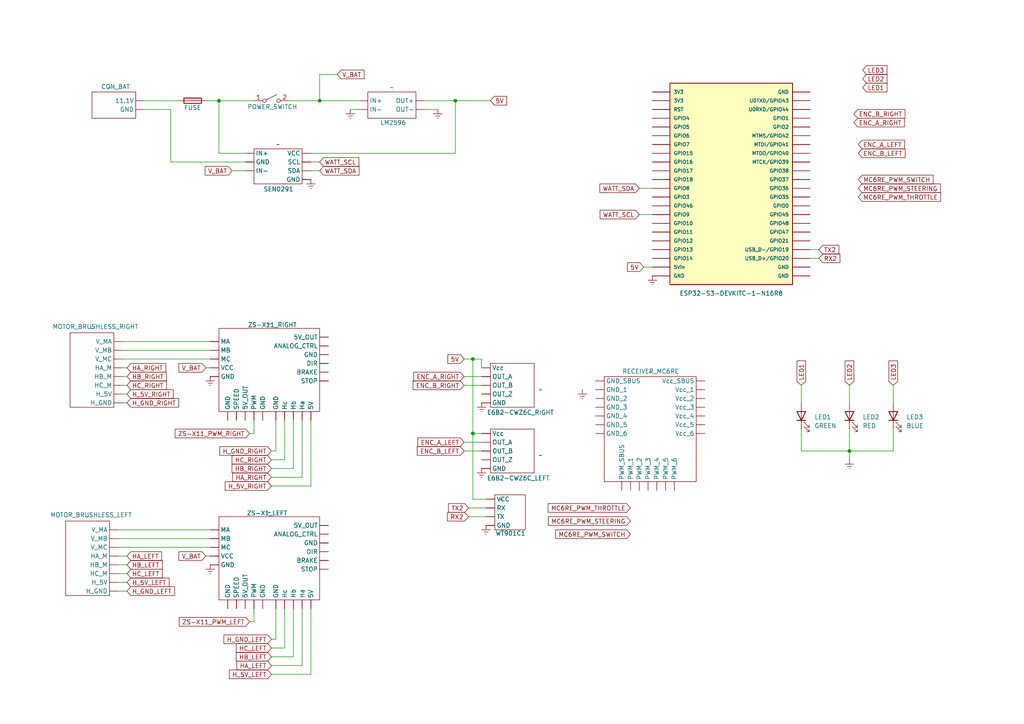
<source format=kicad_sch>
(kicad_sch (version 20250114) (generator "eeschema") (generator_version "9.0")
  (paper "A4")
  (lib_symbols
    (symbol "Device:Fuse" (pin_numbers (hide yes)) (pin_names (offset 0))
      (property "Reference" "F" (at 2.032 0 90))
      (property "Value" "Fuse" (at -1.905 0 90))
      (symbol "Fuse_0_1"
        (rectangle (start -0.762 -2.54) (end 0.762 2.54) (stroke (width 0.254)))
        (polyline (pts (xy 0 2.54) (xy 0 -2.54)))
      )
      (symbol "Fuse_1_1"
        (pin passive line (at 0 3.81 270) (length 1.27) (name "~") (number "1"))
        (pin passive line (at 0 -3.81 90) (length 1.27) (name "~") (number "2"))
      )
    )
    (symbol "Device:LED" (pin_numbers (hide yes)) (pin_names (offset 1.016) (hide yes))
      (property "Reference" "D" (at 0 2.54 0))
      (property "Value" "LED" (at 0 -2.54 0))
      (symbol "LED_0_1"
        (polyline (pts (xy -3.048 -0.762) (xy -4.572 -2.286) (xy -3.81 -2.286) (xy -4.572 -2.286) (xy -4.572 -1.524)))
        (polyline (pts (xy -1.778 -0.762) (xy -3.302 -2.286) (xy -2.54 -2.286) (xy -3.302 -2.286) (xy -3.302 -1.524)))
        (polyline (pts (xy -1.27 0) (xy 1.27 0)))
        (polyline (pts (xy -1.27 -1.27) (xy -1.27 1.27)) (stroke (width 0.254)))
        (polyline (pts (xy 1.27 -1.27) (xy 1.27 1.27) (xy -1.27 0) (xy 1.27 -1.27)) (stroke (width 0.254)))
      )
      (symbol "LED_1_1"
        (pin passive line (at -3.81 0 0) (length 2.54) (name "K") (number "1"))
        (pin passive line (at 3.81 0 180) (length 2.54) (name "A") (number "2"))
      )
    )
    (symbol "E6B2-CWZ6C_1"
      (property "Reference" "E6B2-CWZ6C" (at 1.27 -15.24 0))
      (symbol "E6B2-CWZ6C_1_0_1"
        (rectangle (start -5.08 -1.27) (end 7.62 -13.97))
      )
      (symbol "E6B2-CWZ6C_1_1_1"
        (pin power_in line (at -7.62 -2.54 0) (length 2.54) (name "Vcc") (number ""))
        (pin output line (at -7.62 -5.08 0) (length 2.54) (name "OUT_A") (number ""))
        (pin output line (at -7.62 -7.62 0) (length 2.54) (name "OUT_B") (number ""))
        (pin output line (at -7.62 -10.16 0) (length 2.54) (name "OUT_Z") (number ""))
        (pin power_in line (at -7.62 -12.7 0) (length 2.54) (name "GND") (number ""))
      )
    )
    (symbol "ESP32-S3-DEVKITC-1-N8R2:ESP32-S3-DEVKITC-1-N16R8" (pin_names (offset 1.016))
      (property "Value" "ESP32-S3-DEVKITC-1-N16R8" (at 0 -27.94 0))
      (symbol "ESP32-S3-DEVKITC-1-N16R8_0_0"
        (rectangle (start -17.78 33.02) (end 17.78 -25.4) (stroke (width 0.254)) (fill (type background)))
      )
      (symbol "ESP32-S3-DEVKITC-1-N16R8_1_0"
        (pin power_in line (at -22.86 30.48 0) (length 5.08) (name "3V3") (number ""))
        (pin power_in line (at -22.86 27.94 0) (length 5.08) (name "3V3") (number ""))
        (pin input line (at -22.86 25.4 0) (length 5.08) (name "RST") (number ""))
        (pin bidirectional line (at -22.86 22.86 0) (length 5.08) (name "GPIO4") (number ""))
        (pin bidirectional line (at -22.86 20.32 0) (length 5.08) (name "GPIO5") (number ""))
        (pin bidirectional line (at -22.86 17.78 0) (length 5.08) (name "GPIO6") (number ""))
        (pin bidirectional line (at -22.86 15.24 0) (length 5.08) (name "GPIO7") (number ""))
        (pin bidirectional line (at -22.86 12.7 0) (length 5.08) (name "GPIO15") (number ""))
        (pin bidirectional line (at -22.86 10.16 0) (length 5.08) (name "GPIO16") (number ""))
        (pin bidirectional line (at -22.86 7.62 0) (length 5.08) (name "GPIO17") (number ""))
        (pin bidirectional line (at -22.86 5.08 0) (length 5.08) (name "GPIO18") (number ""))
        (pin bidirectional line (at -22.86 2.54 0) (length 5.08) (name "GPIO8") (number ""))
        (pin bidirectional line (at -22.86 0 0) (length 5.08) (name "GPIO3") (number ""))
        (pin bidirectional line (at -22.86 -2.54 0) (length 5.08) (name "GPIO46") (number ""))
        (pin bidirectional line (at -22.86 -5.08 0) (length 5.08) (name "GPIO9") (number ""))
        (pin bidirectional line (at -22.86 -7.62 0) (length 5.08) (name "GPIO10") (number ""))
        (pin bidirectional line (at -22.86 -10.16 0) (length 5.08) (name "GPIO11") (number ""))
        (pin bidirectional line (at -22.86 -12.7 0) (length 5.08) (name "GPIO12") (number ""))
        (pin bidirectional line (at -22.86 -15.24 0) (length 5.08) (name "GPIO13") (number ""))
        (pin bidirectional line (at -22.86 -17.78 0) (length 5.08) (name "GPIO14") (number ""))
        (pin power_in line (at -22.86 -20.32 0) (length 5.08) (name "5Vin") (number ""))
        (pin power_in line (at -22.86 -22.86 0) (length 5.08) (name "GND") (number ""))
        (pin power_in line (at 22.86 30.48 180) (length 5.08) (name "GND") (number ""))
        (pin bidirectional line (at 22.86 27.94 180) (length 5.08) (name "U0TXD/GPIO43") (number ""))
        (pin bidirectional line (at 22.86 25.4 180) (length 5.08) (name "U0RXD/GPIO44") (number ""))
        (pin bidirectional line (at 22.86 22.86 180) (length 5.08) (name "GPIO1") (number ""))
        (pin bidirectional line (at 22.86 20.32 180) (length 5.08) (name "GPIO2") (number ""))
        (pin bidirectional line (at 22.86 17.78 180) (length 5.08) (name "MTMS/GPIO42") (number ""))
        (pin bidirectional line (at 22.86 15.24 180) (length 5.08) (name "MTDI/GPIO41") (number ""))
        (pin bidirectional line (at 22.86 12.7 180) (length 5.08) (name "MTDO/GPIO40") (number ""))
        (pin bidirectional line (at 22.86 10.16 180) (length 5.08) (name "MTCK/GPIO39") (number ""))
        (pin bidirectional line (at 22.86 7.62 180) (length 5.08) (name "GPIO38") (number ""))
        (pin bidirectional line (at 22.86 5.08 180) (length 5.08) (name "GPIO37") (number ""))
        (pin bidirectional line (at 22.86 2.54 180) (length 5.08) (name "GPIO36") (number ""))
        (pin bidirectional line (at 22.86 0 180) (length 5.08) (name "GPIO35") (number ""))
        (pin bidirectional line (at 22.86 -2.54 180) (length 5.08) (name "GPIO0") (number ""))
        (pin bidirectional line (at 22.86 -5.08 180) (length 5.08) (name "GPIO45") (number ""))
        (pin bidirectional line (at 22.86 -7.62 180) (length 5.08) (name "GPIO48") (number ""))
        (pin bidirectional line (at 22.86 -10.16 180) (length 5.08) (name "GPIO47") (number ""))
        (pin bidirectional line (at 22.86 -12.7 180) (length 5.08) (name "GPIO21") (number ""))
        (pin bidirectional line (at 22.86 -15.24 180) (length 5.08) (name "USB_D-/GPIO19") (number ""))
        (pin bidirectional line (at 22.86 -17.78 180) (length 5.08) (name "USB_D+/GPIO20") (number ""))
        (pin power_in line (at 22.86 -20.32 180) (length 5.08) (name "GND") (number ""))
        (pin power_in line (at 22.86 -22.86 180) (length 5.08) (name "GND") (number ""))
      )
    )
    (symbol "MOTOR_BRUSSLESS_1"
      (property "Reference" "MOTOR_BRUSHLESS_LEFT1" (at -1.524 -2.032 0))
      (property "Value" "~" (at -2.54 -2.54 0))
      (symbol "MOTOR_BRUSSLESS_1_0_1"
        (rectangle (start -8.89 -3.81) (end 3.81 -25.4))
      )
      (symbol "MOTOR_BRUSSLESS_1_1_1"
        (pin power_in line (at 6.35 -6.35 180) (length 2.54) (name "V_MA") (number ""))
        (pin power_in line (at 6.35 -8.89 180) (length 2.54) (name "V_MB") (number ""))
        (pin power_in line (at 6.35 -11.43 180) (length 2.54) (name "V_MC") (number ""))
        (pin output line (at 6.35 -13.97 180) (length 2.54) (name "HA_M") (number ""))
        (pin output line (at 6.35 -16.51 180) (length 2.54) (name "HB_M") (number ""))
        (pin output line (at 6.35 -19.05 180) (length 2.54) (name "HC_M") (number ""))
        (pin power_in line (at 6.35 -21.59 180) (length 2.54) (name "H_5V") (number ""))
        (pin power_in line (at 6.35 -24.13 180) (length 2.54) (name "H_GND") (number ""))
      )
    )
    (symbol "MOTOR_BRUSSLESS_2"
      (property "Reference" "MOTOR_BRUSHLESS_LEFT1" (at -1.524 -2.032 0))
      (property "Value" "~" (at -2.54 -2.54 0))
      (symbol "MOTOR_BRUSSLESS_2_0_1"
        (rectangle (start -8.89 -3.81) (end 3.81 -25.4))
      )
      (symbol "MOTOR_BRUSSLESS_2_1_1"
        (pin power_in line (at 6.35 -6.35 180) (length 2.54) (name "V_MA") (number ""))
        (pin power_in line (at 6.35 -8.89 180) (length 2.54) (name "V_MB") (number ""))
        (pin power_in line (at 6.35 -11.43 180) (length 2.54) (name "V_MC") (number ""))
        (pin output line (at 6.35 -13.97 180) (length 2.54) (name "HA_M") (number ""))
        (pin output line (at 6.35 -16.51 180) (length 2.54) (name "HB_M") (number ""))
        (pin output line (at 6.35 -19.05 180) (length 2.54) (name "HC_M") (number ""))
        (pin power_in line (at 6.35 -21.59 180) (length 2.54) (name "H_5V") (number ""))
        (pin power_in line (at 6.35 -24.13 180) (length 2.54) (name "H_GND") (number ""))
      )
    )
    (symbol "Switch:SW_DPST_x2" (pin_names (offset 0) (hide yes))
      (property "Reference" "SW" (at 0 3.175 0))
      (property "Value" "SW_DPST_x2" (at 0 -2.54 0))
      (symbol "SW_DPST_x2_0_0"
        (circle (center -2.032 0) (radius 0.508))
        (polyline (pts (xy -1.524 0.254) (xy 1.524 1.778)))
        (circle (center 2.032 0) (radius 0.508))
      )
      (symbol "SW_DPST_x2_1_1"
        (pin passive line (at -5.08 0 0) (length 2.54) (name "A") (number "1"))
        (pin passive line (at 5.08 0 180) (length 2.54) (name "B") (number "2"))
      )
      (symbol "SW_DPST_x2_2_1"
        (pin passive line (at -5.08 0 0) (length 2.54) (name "A") (number "3"))
        (pin passive line (at 5.08 0 180) (length 2.54) (name "B") (number "4"))
      )
    )
    (symbol "ZS-X11_1"
      (property "Reference" "ZS-X11" (at -9.652 -1.016 0))
      (symbol "ZS-X11_1_0_1"
        (rectangle (start -24.13 -2.54) (end 5.08 -26.67))
      )
      (symbol "ZS-X11_1_1_0"
        (pin power_in line (at -26.67 -6.35 0) (length 2.54) (name "MA") (number ""))
        (pin power_out line (at -26.67 -8.89 0) (length 2.54) (name "MB") (number ""))
        (pin power_in line (at -26.67 -11.43 0) (length 2.54) (name "MC") (number ""))
        (pin power_in line (at -26.67 -13.97 0) (length 2.54) (name "VCC") (number ""))
        (pin power_in line (at -26.67 -16.51 0) (length 2.54) (name "GND") (number ""))
        (pin power_out line (at -21.59 -29.21 90) (length 2.54) (name "GND") (number ""))
        (pin input line (at -19.05 -29.21 90) (length 2.54) (name "SPEED") (number ""))
        (pin power_out line (at -16.51 -29.21 90) (length 2.54) (name "5V_OUT") (number ""))
        (pin power_out line (at -13.97 -29.21 90) (length 2.54) (name "PWM") (number ""))
        (pin power_out line (at -11.43 -29.21 90) (length 2.54) (name "GND") (number ""))
        (pin power_out line (at -7.62 -29.21 90) (length 2.54) (name "GND") (number ""))
        (pin output line (at -5.08 -29.21 90) (length 2.54) (name "Hc") (number ""))
        (pin output line (at -2.54 -29.21 90) (length 2.54) (name "Hb") (number ""))
        (pin output line (at 0 -29.21 90) (length 2.54) (name "Ha") (number ""))
        (pin power_out line (at 2.54 -29.21 90) (length 2.54) (name "5V") (number ""))
        (pin power_in line (at 7.62 -10.16 180) (length 2.54) (name "GND") (number ""))
        (pin input line (at 7.62 -12.7 180) (length 2.54) (name "DIR") (number ""))
        (pin input line (at 7.62 -15.24 180) (length 2.54) (name "BRAKE") (number ""))
        (pin input line (at 7.62 -17.78 180) (length 2.54) (name "STOP") (number ""))
      )
      (symbol "ZS-X11_1_1_1"
        (pin power_out line (at 7.62 -5.08 180) (length 2.54) (name "5V_OUT") (number ""))
        (pin output line (at 7.62 -7.62 180) (length 2.54) (name "ANALOG_CTRL") (number ""))
      )
    )
    (symbol "mario:CON_BAT"
      (property "Reference" "CON_BAT" (at -2.032 1.524 0))
      (property "Value" "~" (at -3.81 1.27 0))
      (symbol "CON_BAT_0_1"
        (rectangle (start -8.89 0) (end 3.81 -7.62))
      )
      (symbol "CON_BAT_1_1"
        (pin power_in line (at 6.35 -2.54 180) (length 2.54) (name "11.1V") (number ""))
        (pin power_in line (at 6.35 -5.08 180) (length 2.54) (name "GND") (number ""))
      )
    )
    (symbol "mario:E6B2-CWZ6C"
      (property "Reference" "E6B2-CWZ6C" (at 1.27 -15.24 0))
      (symbol "E6B2-CWZ6C_0_1"
        (rectangle (start -5.08 -1.27) (end 7.62 -13.97))
      )
      (symbol "E6B2-CWZ6C_1_1"
        (pin power_in line (at -7.62 -2.54 0) (length 2.54) (name "Vcc") (number ""))
        (pin output line (at -7.62 -5.08 0) (length 2.54) (name "OUT_A") (number ""))
        (pin output line (at -7.62 -7.62 0) (length 2.54) (name "OUT_B") (number ""))
        (pin output line (at -7.62 -10.16 0) (length 2.54) (name "OUT_Z") (number ""))
        (pin power_in line (at -7.62 -12.7 0) (length 2.54) (name "GND") (number ""))
      )
    )
    (symbol "mario:LM295"
      (property "Reference" "LM295" (at 2.032 -1.524 0))
      (symbol "LM295_0_1"
        (rectangle (start -5.08 -2.54) (end 8.89 -10.16))
      )
      (symbol "LM295_1_1"
        (pin power_in line (at -7.62 -5.08 0) (length 2.54) (name "IN+") (number ""))
        (pin power_in line (at -7.62 -7.62 0) (length 2.54) (name "IN-") (number ""))
        (pin power_in line (at 11.43 -5.08 180) (length 2.54) (name "OUT+") (number ""))
        (pin power_in line (at 11.43 -7.62 180) (length 2.54) (name "OUT-") (number ""))
      )
    )
    (symbol "mario:MC6RE"
      (symbol "MC6RE_0_1"
        (rectangle (start -21.59 6.35) (end 5.08 -24.13))
      )
      (symbol "MC6RE_1_1"
        (pin power_in line (at -24.13 5.08 0) (length 2.54) (name "GND_SBUS") (number ""))
        (pin power_in line (at -24.13 2.54 0) (length 2.54) (name "GND_1") (number ""))
        (pin power_in line (at -24.13 0 0) (length 2.54) (name "GND_2") (number ""))
        (pin power_in line (at -24.13 -2.54 0) (length 2.54) (name "GND_3") (number ""))
        (pin power_in line (at -24.13 -5.08 0) (length 2.54) (name "GND_4") (number ""))
        (pin power_in line (at -24.13 -7.62 0) (length 2.54) (name "GND_5") (number ""))
        (pin power_in line (at -24.13 -10.16 0) (length 2.54) (name "GND_6") (number ""))
        (pin power_in line (at -16.51 -26.67 90) (length 2.54) (name "PWM_SBUS") (number ""))
        (pin power_in line (at -13.97 -26.67 90) (length 2.54) (name "PWM_1") (number ""))
        (pin power_in line (at -11.43 -26.67 90) (length 2.54) (name "PWM_2") (number ""))
        (pin power_in line (at -8.89 -26.67 90) (length 2.54) (name "PWM_3") (number ""))
        (pin power_in line (at -6.35 -26.67 90) (length 2.54) (name "PWM_4") (number ""))
        (pin power_in line (at -3.81 -26.67 90) (length 2.54) (name "PWM_5") (number ""))
        (pin power_in line (at -1.27 -26.67 90) (length 2.54) (name "PWM_6") (number ""))
        (pin power_in line (at 7.62 5.08 180) (length 2.54) (name "Vcc_SBUS") (number ""))
        (pin power_in line (at 7.62 2.54 180) (length 2.54) (name "Vcc_1") (number ""))
        (pin power_in line (at 7.62 0 180) (length 2.54) (name "Vcc_2") (number ""))
        (pin power_in line (at 7.62 -2.54 180) (length 2.54) (name "Vcc_3") (number ""))
        (pin power_in line (at 7.62 -5.08 180) (length 2.54) (name "Vcc_4") (number ""))
        (pin power_in line (at 7.62 -7.62 180) (length 2.54) (name "Vcc_5") (number ""))
        (pin power_in line (at 7.62 -10.16 180) (length 2.54) (name "Vcc_6") (number ""))
      )
    )
    (symbol "mario:SEN0291"
      (property "Reference" "SEN0291" (at 2.032 -15.494 0))
      (property "Value" "~" (at 1.905 -2.54 0))
      (symbol "SEN0291_0_1"
        (rectangle (start -5.08 -3.81) (end 8.89 -13.97))
      )
      (symbol "SEN0291_1_0"
        (pin power_in line (at -7.62 -7.62 0) (length 2.54) (name "GND") (number ""))
        (pin output line (at 11.43 -7.62 180) (length 2.54) (name "SCL") (number ""))
        (pin bidirectional line (at 11.43 -10.16 180) (length 2.54) (name "SDA") (number ""))
      )
      (symbol "SEN0291_1_1"
        (pin input line (at -7.62 -5.08 0) (length 2.54) (name "IN+") (number ""))
        (pin input line (at -7.62 -10.16 0) (length 2.54) (name "IN-") (number ""))
        (pin power_in line (at 11.43 -5.08 180) (length 2.54) (name "VCC") (number ""))
        (pin power_in line (at 11.43 -12.7 180) (length 2.54) (name "GND") (number ""))
      )
    )
    (symbol "mario:WT901C"
      (property "Reference" "WT901C1" (at 2.032 -11.176 0))
      (property "Value" "~" (at -0.635 -1.27 0))
      (symbol "WT901C_0_1"
        (rectangle (start 6.35 -10.16) (end -2.54 0))
      )
      (symbol "WT901C_1_0"
        (pin output line (at -5.08 -6.35 0) (length 2.54) (name "TX") (number ""))
        (pin power_in line (at -5.08 -8.89 0) (length 2.54) (name "GND") (number ""))
      )
      (symbol "WT901C_1_1"
        (pin power_in line (at -5.08 -1.27 0) (length 2.54) (name "VCC") (number ""))
        (pin input line (at -5.08 -3.81 0) (length 2.54) (name "RX") (number ""))
      )
    )
    (symbol "mario:ZS-X11"
      (property "Reference" "ZS-X11" (at -9.652 -1.016 0))
      (symbol "ZS-X11_0_1"
        (rectangle (start -24.13 -2.54) (end 5.08 -26.67))
      )
      (symbol "ZS-X11_1_0"
        (pin power_in line (at -26.67 -6.35 0) (length 2.54) (name "MA") (number ""))
        (pin power_out line (at -26.67 -8.89 0) (length 2.54) (name "MB") (number ""))
        (pin power_in line (at -26.67 -11.43 0) (length 2.54) (name "MC") (number ""))
        (pin power_in line (at -26.67 -13.97 0) (length 2.54) (name "VCC") (number ""))
        (pin power_in line (at -26.67 -16.51 0) (length 2.54) (name "GND") (number ""))
        (pin power_out line (at -21.59 -29.21 90) (length 2.54) (name "GND") (number ""))
        (pin input line (at -19.05 -29.21 90) (length 2.54) (name "SPEED") (number ""))
        (pin power_out line (at -16.51 -29.21 90) (length 2.54) (name "5V_OUT") (number ""))
        (pin power_out line (at -13.97 -29.21 90) (length 2.54) (name "PWM") (number ""))
        (pin power_out line (at -11.43 -29.21 90) (length 2.54) (name "GND") (number ""))
        (pin power_out line (at -7.62 -29.21 90) (length 2.54) (name "GND") (number ""))
        (pin output line (at -5.08 -29.21 90) (length 2.54) (name "Hc") (number ""))
        (pin output line (at -2.54 -29.21 90) (length 2.54) (name "Hb") (number ""))
        (pin output line (at 0 -29.21 90) (length 2.54) (name "Ha") (number ""))
        (pin power_out line (at 2.54 -29.21 90) (length 2.54) (name "5V") (number ""))
        (pin power_in line (at 7.62 -10.16 180) (length 2.54) (name "GND") (number ""))
        (pin input line (at 7.62 -12.7 180) (length 2.54) (name "DIR") (number ""))
        (pin input line (at 7.62 -15.24 180) (length 2.54) (name "BRAKE") (number ""))
        (pin input line (at 7.62 -17.78 180) (length 2.54) (name "STOP") (number ""))
      )
      (symbol "ZS-X11_1_1"
        (pin power_out line (at 7.62 -5.08 180) (length 2.54) (name "5V_OUT") (number ""))
        (pin output line (at 7.62 -7.62 180) (length 2.54) (name "ANALOG_CTRL") (number ""))
      )
    )
    (symbol "power:Earth" (power) (pin_numbers (hide yes)) (pin_names (offset 0) (hide yes))
      (property "Value" "Earth" (at 0 -3.81 0))
      (symbol "Earth_0_1"
        (polyline (pts (xy -0.635 -1.905) (xy 0.635 -1.905)))
        (polyline (pts (xy -0.127 -2.54) (xy 0.127 -2.54)))
        (polyline (pts (xy 0 -1.27) (xy 0 0)))
        (polyline (pts (xy 1.27 -1.27) (xy -1.27 -1.27)))
      )
      (symbol "Earth_1_1"
        (pin power_in line (at 0 0 270) (length 0) (name "~") (number "1"))
      )
    )
  )
  (junction (at 132.08 29.21))
  (junction (at 63.5 29.21))
  (junction (at 246.38 130.81))
  (junction (at 137.16 125.73))
  (junction (at 137.16 104.14))
  (junction (at 92.71 29.21))
  (wire (pts (xy 97.79 21.59) (xy 92.71 21.59)))
  (wire (pts (xy 134.62 104.14) (xy 137.16 104.14)))
  (wire (pts (xy 82.55 121.92) (xy 82.55 133.35)))
  (wire (pts (xy 92.71 21.59) (xy 92.71 29.21)))
  (wire (pts (xy 34.29 156.21) (xy 60.96 156.21)))
  (wire (pts (xy 78.74 195.58) (xy 90.17 195.58)))
  (wire (pts (xy 234.95 72.39) (xy 237.49 72.39)))
  (wire (pts (xy 41.91 31.75) (xy 49.53 31.75)))
  (wire (pts (xy 73.66 125.73) (xy 72.39 125.73)))
  (wire (pts (xy 90.17 46.99) (xy 92.71 46.99)))
  (wire (pts (xy 78.74 133.35) (xy 82.55 133.35)))
  (wire (pts (xy 259.08 111.76) (xy 259.08 116.84)))
  (wire (pts (xy 35.56 99.06) (xy 60.96 99.06)))
  (wire (pts (xy 85.09 121.92) (xy 85.09 135.89)))
  (wire (pts (xy 78.74 185.42) (xy 80.01 185.42)))
  (wire (pts (xy 78.74 187.96) (xy 82.55 187.96)))
  (wire (pts (xy 59.69 161.29) (xy 60.96 161.29)))
  (wire (pts (xy 134.62 130.81) (xy 139.7 130.81)))
  (wire (pts (xy 123.19 29.21) (xy 132.08 29.21)))
  (wire (pts (xy 34.29 171.45) (xy 36.83 171.45)))
  (wire (pts (xy 185.42 54.61) (xy 189.23 54.61)))
  (wire (pts (xy 34.29 166.37) (xy 36.83 166.37)))
  (wire (pts (xy 73.66 121.92) (xy 73.66 125.73)))
  (wire (pts (xy 83.82 29.21) (xy 92.71 29.21)))
  (wire (pts (xy 101.6 31.75) (xy 104.14 31.75)))
  (wire (pts (xy 35.56 114.3) (xy 36.83 114.3)))
  (wire (pts (xy 85.09 135.89) (xy 78.74 135.89)))
  (wire (pts (xy 135.89 149.86) (xy 140.97 149.86)))
  (wire (pts (xy 87.63 121.92) (xy 87.63 138.43)))
  (wire (pts (xy 185.42 62.23) (xy 189.23 62.23)))
  (wire (pts (xy 134.62 111.76) (xy 139.7 111.76)))
  (wire (pts (xy 134.62 128.27) (xy 139.7 128.27)))
  (wire (pts (xy 35.56 104.14) (xy 60.96 104.14)))
  (wire (pts (xy 49.53 31.75) (xy 49.53 46.99)))
  (wire (pts (xy 59.69 29.21) (xy 63.5 29.21)))
  (wire (pts (xy 71.12 44.45) (xy 63.5 44.45)))
  (wire (pts (xy 234.95 74.93) (xy 237.49 74.93)))
  (wire (pts (xy 90.17 49.53) (xy 92.71 49.53)))
  (wire (pts (xy 134.62 109.22) (xy 139.7 109.22)))
  (wire (pts (xy 78.74 193.04) (xy 87.63 193.04)))
  (wire (pts (xy 34.29 163.83) (xy 36.83 163.83)))
  (wire (pts (xy 87.63 193.04) (xy 87.63 176.53)))
  (wire (pts (xy 139.7 104.14) (xy 139.7 106.68)))
  (wire (pts (xy 35.56 116.84) (xy 36.83 116.84)))
  (wire (pts (xy 35.56 101.6) (xy 60.96 101.6)))
  (wire (pts (xy 132.08 29.21) (xy 142.24 29.21)))
  (wire (pts (xy 232.41 124.46) (xy 232.41 130.81)))
  (wire (pts (xy 259.08 124.46) (xy 259.08 130.81)))
  (wire (pts (xy 41.91 29.21) (xy 52.07 29.21)))
  (wire (pts (xy 137.16 104.14) (xy 137.16 125.73)))
  (wire (pts (xy 85.09 176.53) (xy 85.09 190.5)))
  (wire (pts (xy 63.5 44.45) (xy 63.5 29.21)))
  (wire (pts (xy 259.08 130.81) (xy 246.38 130.81)))
  (wire (pts (xy 34.29 153.67) (xy 60.96 153.67)))
  (wire (pts (xy 135.89 147.32) (xy 140.97 147.32)))
  (wire (pts (xy 35.56 106.68) (xy 36.83 106.68)))
  (wire (pts (xy 82.55 187.96) (xy 82.55 176.53)))
  (wire (pts (xy 72.39 180.34) (xy 73.66 180.34)))
  (wire (pts (xy 186.69 77.47) (xy 189.23 77.47)))
  (wire (pts (xy 78.74 138.43) (xy 87.63 138.43)))
  (wire (pts (xy 34.29 168.91) (xy 36.83 168.91)))
  (wire (pts (xy 90.17 44.45) (xy 132.08 44.45)))
  (wire (pts (xy 78.74 130.81) (xy 80.01 130.81)))
  (wire (pts (xy 80.01 121.92) (xy 80.01 130.81)))
  (wire (pts (xy 67.31 49.53) (xy 71.12 49.53)))
  (wire (pts (xy 246.38 111.76) (xy 246.38 116.84)))
  (wire (pts (xy 49.53 46.99) (xy 71.12 46.99)))
  (wire (pts (xy 137.16 104.14) (xy 139.7 104.14)))
  (wire (pts (xy 137.16 144.78) (xy 140.97 144.78)))
  (wire (pts (xy 80.01 176.53) (xy 80.01 185.42)))
  (wire (pts (xy 35.56 109.22) (xy 36.83 109.22)))
  (wire (pts (xy 85.09 190.5) (xy 78.74 190.5)))
  (wire (pts (xy 246.38 124.46) (xy 246.38 130.81)))
  (wire (pts (xy 60.96 106.68) (xy 59.69 106.68)))
  (wire (pts (xy 123.19 31.75) (xy 127 31.75)))
  (wire (pts (xy 137.16 125.73) (xy 139.7 125.73)))
  (wire (pts (xy 90.17 121.92) (xy 90.17 140.97)))
  (wire (pts (xy 34.29 158.75) (xy 60.96 158.75)))
  (wire (pts (xy 232.41 111.76) (xy 232.41 116.84)))
  (wire (pts (xy 73.66 180.34) (xy 73.66 176.53)))
  (wire (pts (xy 34.29 161.29) (xy 36.83 161.29)))
  (wire (pts (xy 92.71 29.21) (xy 104.14 29.21)))
  (wire (pts (xy 90.17 195.58) (xy 90.17 176.53)))
  (wire (pts (xy 63.5 29.21) (xy 73.66 29.21)))
  (wire (pts (xy 246.38 133.35) (xy 246.38 130.81)))
  (wire (pts (xy 132.08 29.21) (xy 132.08 44.45)))
  (wire (pts (xy 78.74 140.97) (xy 90.17 140.97)))
  (wire (pts (xy 232.41 130.81) (xy 246.38 130.81)))
  (wire (pts (xy 137.16 125.73) (xy 137.16 144.78)))
  (wire (pts (xy 35.56 111.76) (xy 36.83 111.76)))
  (global_label "ENC_B_LEFT" (shape input) (at 134.62 130.81 180) (property "Intersheetrefs" "${INTERSHEET_REFS}" (effects (hide yes))))
  (global_label "WATT_SCL" (shape input) (at 185.42 62.23 180) (property "Intersheetrefs" "${INTERSHEET_REFS}" (effects (hide yes))))
  (global_label "TX2" (shape input) (at 237.49 72.39 0) (property "Intersheetrefs" "${INTERSHEET_REFS}" (effects (hide yes))))
  (global_label "MC6RE_PWM_STEERING" (shape input) (at 248.92 54.61 0) (property "Intersheetrefs" "${INTERSHEET_REFS}" (effects (hide yes))))
  (global_label "5V" (shape input) (at 134.62 104.14 180) (property "Intersheetrefs" "${INTERSHEET_REFS}" (effects (hide yes))))
  (global_label "V_BAT" (shape input) (at 59.69 161.29 180) (property "Intersheetrefs" "${INTERSHEET_REFS}" (effects (hide yes))))
  (global_label "H_5V_LEFT" (shape input) (at 36.83 168.91 0) (property "Intersheetrefs" "${INTERSHEET_REFS}" (effects (hide yes))))
  (global_label "H_GND_LEFT" (shape input) (at 78.74 185.42 180) (property "Intersheetrefs" "${INTERSHEET_REFS}" (effects (hide yes))))
  (global_label "HB_LEFT" (shape input) (at 36.83 163.83 0) (property "Intersheetrefs" "${INTERSHEET_REFS}" (effects (hide yes))))
  (global_label "WATT_SDA" (shape input) (at 185.42 54.61 180) (property "Intersheetrefs" "${INTERSHEET_REFS}" (effects (hide yes))))
  (global_label "HA_LEFT" (shape input) (at 78.74 193.04 180) (property "Intersheetrefs" "${INTERSHEET_REFS}" (effects (hide yes))))
  (global_label "ENC_A_RIGHT" (shape input) (at 247.65 35.56 0) (property "Intersheetrefs" "${INTERSHEET_REFS}" (effects (hide yes))))
  (global_label "H_5V_LEFT" (shape input) (at 78.74 195.58 180) (property "Intersheetrefs" "${INTERSHEET_REFS}" (effects (hide yes))))
  (global_label "HB_RIGHT" (shape input) (at 36.83 109.22 0) (property "Intersheetrefs" "${INTERSHEET_REFS}" (effects (hide yes))))
  (global_label "TX2" (shape input) (at 135.89 147.32 180) (property "Intersheetrefs" "${INTERSHEET_REFS}" (effects (hide yes))))
  (global_label "5V" (shape input) (at 186.69 77.47 180) (property "Intersheetrefs" "${INTERSHEET_REFS}" (effects (hide yes))))
  (global_label "H_GND_RIGHT" (shape input) (at 78.74 130.81 180) (property "Intersheetrefs" "${INTERSHEET_REFS}" (effects (hide yes))))
  (global_label "HA_RIGHT" (shape input) (at 78.74 138.43 180) (property "Intersheetrefs" "${INTERSHEET_REFS}" (effects (hide yes))))
  (global_label "ENC_A_RIGHT" (shape input) (at 134.62 109.22 180) (property "Intersheetrefs" "${INTERSHEET_REFS}" (effects (hide yes))))
  (global_label "MC6RE_PWM_THROTTLE" (shape input) (at 182.88 147.32 180) (property "Intersheetrefs" "${INTERSHEET_REFS}" (effects (hide yes))))
  (global_label "HA_RIGHT" (shape input) (at 36.83 106.68 0) (property "Intersheetrefs" "${INTERSHEET_REFS}" (effects (hide yes))))
  (global_label "V_BAT" (shape input) (at 59.69 106.68 180) (property "Intersheetrefs" "${INTERSHEET_REFS}" (effects (hide yes))))
  (global_label "5V" (shape input) (at 142.24 29.21 0) (property "Intersheetrefs" "${INTERSHEET_REFS}" (effects (hide yes))))
  (global_label "HA_LEFT" (shape input) (at 36.83 161.29 0) (property "Intersheetrefs" "${INTERSHEET_REFS}" (effects (hide yes))))
  (global_label "RX2" (shape input) (at 237.49 74.93 0) (property "Intersheetrefs" "${INTERSHEET_REFS}" (effects (hide yes))))
  (global_label "MC6RE_PWM_THROTTLE" (shape input) (at 248.92 57.15 0) (property "Intersheetrefs" "${INTERSHEET_REFS}" (effects (hide yes))))
  (global_label "V_BAT" (shape input) (at 97.79 21.59 0) (property "Intersheetrefs" "${INTERSHEET_REFS}" (effects (hide yes))))
  (global_label "MC6RE_PWM_SWITCH" (shape input) (at 248.92 52.07 0) (property "Intersheetrefs" "${INTERSHEET_REFS}" (effects (hide yes))))
  (global_label "ZS-X11_PWM_RIGHT" (shape input) (at 72.39 125.73 180) (property "Intersheetrefs" "${INTERSHEET_REFS}" (effects (hide yes))))
  (global_label "H_5V_RIGHT" (shape input) (at 36.83 114.3 0) (property "Intersheetrefs" "${INTERSHEET_REFS}" (effects (hide yes))))
  (global_label "HB_LEFT" (shape input) (at 78.74 190.5 180) (property "Intersheetrefs" "${INTERSHEET_REFS}" (effects (hide yes))))
  (global_label "V_BAT" (shape input) (at 67.31 49.53 180) (property "Intersheetrefs" "${INTERSHEET_REFS}" (effects (hide yes))))
  (global_label "MC6RE_PWM_STEERING" (shape input) (at 182.88 151.13 180) (property "Intersheetrefs" "${INTERSHEET_REFS}" (effects (hide yes))))
  (global_label "ENC_A_LEFT" (shape input) (at 248.92 41.91 0) (property "Intersheetrefs" "${INTERSHEET_REFS}" (effects (hide yes))))
  (global_label "HC_RIGHT" (shape input) (at 78.74 133.35 180) (property "Intersheetrefs" "${INTERSHEET_REFS}" (effects (hide yes))))
  (global_label "LED3" (shape input) (at 259.08 111.76 90) (property "Intersheetrefs" "${INTERSHEET_REFS}" (effects (hide yes))))
  (global_label "H_5V_RIGHT" (shape input) (at 78.74 140.97 180) (property "Intersheetrefs" "${INTERSHEET_REFS}" (effects (hide yes))))
  (global_label "ENC_B_RIGHT" (shape input) (at 134.62 111.76 180) (property "Intersheetrefs" "${INTERSHEET_REFS}" (effects (hide yes))))
  (global_label "H_GND_RIGHT" (shape input) (at 36.83 116.84 0) (property "Intersheetrefs" "${INTERSHEET_REFS}" (effects (hide yes))))
  (global_label "HB_RIGHT" (shape input) (at 78.74 135.89 180) (property "Intersheetrefs" "${INTERSHEET_REFS}" (effects (hide yes))))
  (global_label "HC_LEFT" (shape input) (at 36.83 166.37 0) (property "Intersheetrefs" "${INTERSHEET_REFS}" (effects (hide yes))))
  (global_label "H_GND_LEFT" (shape input) (at 36.83 171.45 0) (property "Intersheetrefs" "${INTERSHEET_REFS}" (effects (hide yes))))
  (global_label "HC_RIGHT" (shape input) (at 36.83 111.76 0) (property "Intersheetrefs" "${INTERSHEET_REFS}" (effects (hide yes))))
  (global_label "WATT_SCL" (shape input) (at 92.71 46.99 0) (property "Intersheetrefs" "${INTERSHEET_REFS}" (effects (hide yes))))
  (global_label "LED3" (shape input) (at 250.19 20.32 0) (property "Intersheetrefs" "${INTERSHEET_REFS}" (effects (hide yes))))
  (global_label "LED2" (shape input) (at 250.19 22.86 0) (property "Intersheetrefs" "${INTERSHEET_REFS}" (effects (hide yes))))
  (global_label "HC_LEFT" (shape input) (at 78.74 187.96 180) (property "Intersheetrefs" "${INTERSHEET_REFS}" (effects (hide yes))))
  (global_label "LED1" (shape input) (at 232.41 111.76 90) (property "Intersheetrefs" "${INTERSHEET_REFS}" (effects (hide yes))))
  (global_label "LED2" (shape input) (at 246.38 111.76 90) (property "Intersheetrefs" "${INTERSHEET_REFS}" (effects (hide yes))))
  (global_label "MC6RE_PWM_SWITCH" (shape input) (at 182.88 154.94 180) (property "Intersheetrefs" "${INTERSHEET_REFS}" (effects (hide yes))))
  (global_label "ZS-X11_PWM_LEFT" (shape input) (at 72.39 180.34 180) (property "Intersheetrefs" "${INTERSHEET_REFS}" (effects (hide yes))))
  (global_label "ENC_B_RIGHT" (shape input) (at 247.65 33.02 0) (property "Intersheetrefs" "${INTERSHEET_REFS}" (effects (hide yes))))
  (global_label "WATT_SDA" (shape input) (at 92.71 49.53 0) (property "Intersheetrefs" "${INTERSHEET_REFS}" (effects (hide yes))))
  (global_label "ENC_B_LEFT" (shape input) (at 248.92 44.45 0) (property "Intersheetrefs" "${INTERSHEET_REFS}" (effects (hide yes))))
  (global_label "LED1" (shape input) (at 250.19 25.4 0) (property "Intersheetrefs" "${INTERSHEET_REFS}" (effects (hide yes))))
  (global_label "RX2" (shape input) (at 135.89 149.86 180) (property "Intersheetrefs" "${INTERSHEET_REFS}" (effects (hide yes))))
  (global_label "ENC_A_LEFT" (shape input) (at 134.62 128.27 180) (property "Intersheetrefs" "${INTERSHEET_REFS}" (effects (hide yes))))
  (symbol (lib_id "mario:WT901C") (at 146.05 143.51 0) (unit 1)
    (property "Reference" "WT901C1" (at 148.082 154.686 0))
    (property "Value" "~" (at 145.415 144.78 0))
  )
  (symbol (lib_id "mario:MC6RE") (at 196.85 115.57 0) (unit 1)
    (property "Reference" "RECEIVER_MC6RE" (at 188.722 107.696 0))
    (property "Value" "~" (at 188.595 107.95 0))
  )
  (symbol (lib_name "MOTOR_BRUSSLESS_2") (lib_id "mario:MOTOR_BRUSSLESS") (at 29.21 92.71 0) (unit 1)
    (property "Reference" "MOTOR_BRUSHLESS_RIGHT" (at 27.686 94.742 0))
    (property "Value" "~" (at 26.67 95.25 0))
  )
  (symbol (lib_name "MOTOR_BRUSSLESS_1") (lib_id "mario:MOTOR_BRUSSLESS") (at 27.94 147.32 0) (unit 1)
    (property "Reference" "MOTOR_BRUSHLESS_LEFT" (at 26.416 149.352 0))
    (property "Value" "~" (at 25.4 149.86 0))
  )
  (symbol (lib_id "ESP32-S3-DEVKITC-1-N8R2:ESP32-S3-DEVKITC-1-N16R8") (at 212.09 57.15 0) (unit 1)
    (property "Reference" "U1" (effects (hide yes)))
    (property "Value" "ESP32-S3-DEVKITC-1-N16R8" (at 212.09 85.09 0))
    (property "Footprint" "ESP32-S3-DEVKITC-1-N8R2:XCVR_ESP32-S3-DEVKITC-1-N8R2" (effects (hide yes)))
    (property "MF" "Espressif Systems" (effects (hide yes)))
    (property "Description_1" "WiFi Development Tools - 802.11 ESP32-S3 general-purpose development board, embeds ESP32-S3-WROOM-1-N8R2, with pin header" (effects (hide yes)))
    (property "Package" "None" (effects (hide yes)))
    (property "Price" "None" (effects (hide yes)))
    (property "Check_prices" "https://www.snapeda.com/parts/ESP32-S3-DEVKITC-1-N8R2/Espressif+Systems/view-part/?ref=eda" (effects (hide yes)))
    (property "STANDARD" "Manufacturer Recommendations" (effects (hide yes)))
    (property "PARTREV" "V1" (effects (hide yes)))
    (property "SnapEDA_Link" "https://www.snapeda.com/parts/ESP32-S3-DEVKITC-1-N8R2/Espressif+Systems/view-part/?ref=snap" (effects (hide yes)))
    (property "MP" "ESP32-S3-DEVKITC-1-N8R2" (effects (hide yes)))
    (property "Availability" "In Stock" (effects (hide yes)))
    (property "MANUFACTURER" "Espressif" (effects (hide yes)))
  )
  (symbol (lib_id "power:Earth") (at 189.23 80.01 0) (unit 1)
    (property "Reference" "#PWR09" (effects (hide yes)))
    (property "Value" "Earth" (effects (hide yes)))
    (property "Description" "Power symbol creates a global label with name \"Earth\"" (effects (hide yes)))
  )
  (symbol (lib_id "power:Earth") (at 127 31.75 0) (unit 1)
    (property "Reference" "#PWR04" (effects (hide yes)))
    (property "Value" "Earth" (effects (hide yes)))
    (property "Description" "Power symbol creates a global label with name \"Earth\"" (effects (hide yes)))
  )
  (symbol (lib_id "mario:E6B2-CWZ6C") (at 147.32 104.14 0) (unit 1)
    (property "Reference" "E6B2-CWZ6C_RIGHT" (at 141.224 119.634 0) (effects (justify left)))
    (property "Value" "~" (at 156.21 113.03 0) (effects (justify left)))
  )
  (symbol (lib_id "power:Earth") (at 90.17 52.07 0) (unit 1)
    (property "Reference" "#PWR08" (effects (hide yes)))
    (property "Value" "Earth" (effects (hide yes)))
    (property "Description" "Power symbol creates a global label with name \"Earth\"" (effects (hide yes)))
  )
  (symbol (lib_id "Device:LED") (at 259.08 120.65 90) (unit 1)
    (property "Reference" "LED3" (at 262.89 120.9674 90) (effects (justify right)))
    (property "Value" "BLUE" (at 262.89 123.5074 90) (effects (justify right)))
    (property "Description" "Light emitting diode" (effects (hide yes)))
    (property "Sim.Pins" "1=K 2=A" (effects (hide yes)))
  )
  (symbol (lib_id "power:Earth") (at 139.7 116.84 0) (unit 1)
    (property "Reference" "#PWR02" (effects (hide yes)))
    (property "Value" "Earth" (effects (hide yes)))
    (property "Description" "Power symbol creates a global label with name \"Earth\"" (effects (hide yes)))
  )
  (symbol (lib_id "Switch:SW_DPST_x2") (at 78.74 29.21 0) (unit 1)
    (property "Reference" "SW1" (effects (hide yes)))
    (property "Value" "POWER_SWITCH" (at 78.994 30.988 0))
    (property "Description" "Single Pole Single Throw (SPST) switch, separate symbol" (effects (hide yes)))
  )
  (symbol (lib_id "power:Earth") (at 246.38 133.35 0) (unit 1)
    (property "Reference" "#PWR012" (effects (hide yes)))
    (property "Value" "Earth" (effects (hide yes)))
    (property "Description" "Power symbol creates a global label with name \"Earth\"" (effects (hide yes)))
  )
  (symbol (lib_id "Device:Fuse") (at 55.88 29.21 90) (unit 1)
    (property "Reference" "F1" (effects (hide yes)))
    (property "Value" "FUSE" (at 55.88 31.242 90))
    (property "Description" "Fuse" (effects (hide yes)))
  )
  (symbol (lib_name "ZS-X11_1") (lib_id "mario:ZS-X11") (at 87.63 147.32 0) (unit 1)
    (property "Reference" "ZS-X1_LEFT" (at 77.47 148.844 0))
    (property "Value" "~" (at 78.105 148.59 0))
  )
  (symbol (lib_id "mario:CON_BAT") (at 35.56 26.67 0) (unit 1)
    (property "Reference" "CON_BAT" (at 33.528 25.146 0))
    (property "Value" "~" (at 31.75 25.4 0))
  )
  (symbol (lib_id "Device:LED") (at 232.41 120.65 90) (unit 1)
    (property "Reference" "LED1" (at 236.22 120.9674 90) (effects (justify right)))
    (property "Value" "GREEN" (at 236.22 123.5074 90) (effects (justify right)))
    (property "Description" "Light emitting diode" (effects (hide yes)))
    (property "Sim.Pins" "1=K 2=A" (effects (hide yes)))
  )
  (symbol (lib_id "mario:SEN0291") (at 78.74 39.37 0) (unit 1)
    (property "Reference" "SEN0291" (at 80.772 54.864 0))
    (property "Value" "~" (at 80.645 41.91 0))
  )
  (symbol (lib_id "mario:LM295") (at 111.76 24.13 0) (unit 1)
    (property "Reference" "LM2596" (at 114.046 35.56 0))
    (property "Value" "~" (at 113.665 25.4 0))
  )
  (symbol (lib_id "power:Earth") (at 60.96 109.22 0) (unit 1)
    (property "Reference" "#PWR010" (effects (hide yes)))
    (property "Value" "Earth" (effects (hide yes)))
    (property "Description" "Power symbol creates a global label with name \"Earth\"" (effects (hide yes)))
  )
  (symbol (lib_id "power:Earth") (at 140.97 152.4 0) (unit 1)
    (property "Reference" "#PWR07" (effects (hide yes)))
    (property "Value" "Earth" (effects (hide yes)))
    (property "Description" "Power symbol creates a global label with name \"Earth\"" (effects (hide yes)))
  )
  (symbol (lib_id "power:Earth") (at 168.91 113.03 0) (unit 1)
    (property "Reference" "#PWR06" (effects (hide yes)))
    (property "Value" "Earth" (effects (hide yes)))
    (property "Description" "Power symbol creates a global label with name \"Earth\"" (effects (hide yes)))
  )
  (symbol (lib_id "Device:LED") (at 246.38 120.65 90) (unit 1)
    (property "Reference" "LED2" (at 250.19 120.9674 90) (effects (justify right)))
    (property "Value" "RED" (at 250.19 123.5074 90) (effects (justify right)))
    (property "Description" "Light emitting diode" (effects (hide yes)))
    (property "Sim.Pins" "1=K 2=A" (effects (hide yes)))
  )
  (symbol (lib_id "power:Earth") (at 60.96 163.83 0) (unit 1)
    (property "Reference" "#PWR011" (effects (hide yes)))
    (property "Value" "Earth" (effects (hide yes)))
    (property "Description" "Power symbol creates a global label with name \"Earth\"" (effects (hide yes)))
  )
  (symbol (lib_name "E6B2-CWZ6C_1") (lib_id "mario:E6B2-CWZ6C") (at 147.32 123.19 0) (unit 1)
    (property "Reference" "E6B2-CWZ6C_LEFT" (at 141.224 138.684 0) (effects (justify left)))
    (property "Value" "~" (at 156.21 132.08 0) (effects (justify left)))
  )
  (symbol (lib_id "power:Earth") (at 139.7 135.89 0) (unit 1)
    (property "Reference" "#PWR05" (effects (hide yes)))
    (property "Value" "Earth" (effects (hide yes)))
    (property "Description" "Power symbol creates a global label with name \"Earth\"" (effects (hide yes)))
  )
  (symbol (lib_id "mario:ZS-X11") (at 87.63 92.71 0) (unit 1)
    (property "Reference" "ZS-X11_RIGHT" (at 78.994 94.234 0))
    (property "Value" "~" (at 78.105 93.98 0))
  )
  (symbol (lib_id "power:Earth") (at 101.6 31.75 0) (unit 1)
    (property "Reference" "#PWR03" (effects (hide yes)))
    (property "Value" "Earth" (effects (hide yes)))
    (property "Description" "Power symbol creates a global label with name \"Earth\"" (effects (hide yes)))
  )
)
</source>
